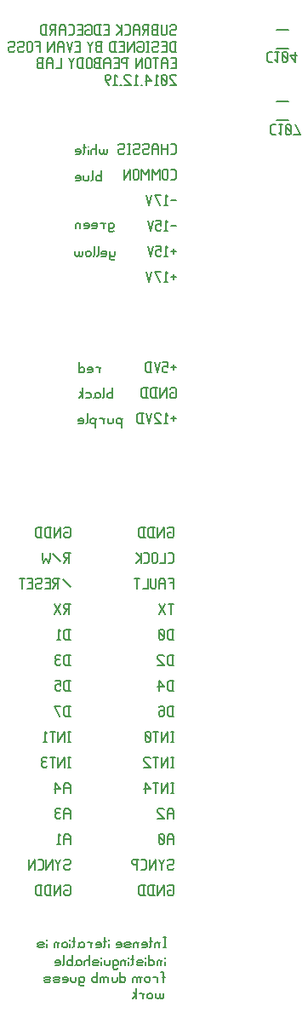
<source format=gbo>
G04 start of page 2 for group 12 layer_idx 7 *
G04 Title: (unknown), bottom_silk *
G04 Creator: pcb-rnd 2.3.2 *
G04 CreationDate: 2021-07-12 19:07:32 UTC *
G04 For:  *
G04 Format: Gerber/RS-274X *
G04 PCB-Dimensions: 1000000 1000000 *
G04 PCB-Coordinate-Origin: lower left *
%MOIN*%
%FSLAX25Y25*%
%LNBOTTOM_SILK_NONE_12*%
%ADD87C,0.0070*%
%ADD86C,0.0080*%
G54D86*X244638Y892260D02*X249362D01*
X244638Y899740D02*X249362D01*
X244638Y920260D02*X249362D01*
X244638Y927740D02*X249362D01*
G54D87*X164000Y703000D02*X162000D01*
X161500Y702500D01*
Y701500D01*
X162000Y701000D02*X161500Y701500D01*
X163500Y701000D02*X162000D01*
X163500Y703000D02*Y699000D01*
X162700Y701000D02*X161500Y699000D01*
X160300D02*X157800Y703000D01*
X160300D02*X157800Y699000D01*
X163500Y693000D02*Y689000D01*
X162200Y693000D02*X161500Y692300D01*
Y689700D01*
X162200Y689000D02*X161500Y689700D01*
X164000Y689000D02*X162200D01*
X164000Y693000D02*X162200D01*
X160300Y692200D02*X159500Y693000D01*
Y689000D01*
X160300D02*X158800D01*
X163500Y683000D02*Y679000D01*
X162200Y683000D02*X161500Y682300D01*
Y679700D01*
X162200Y679000D02*X161500Y679700D01*
X164000Y679000D02*X162200D01*
X164000Y683000D02*X162200D01*
X160300Y682500D02*X159800Y683000D01*
X158800D01*
X158300Y682500D01*
X158800Y679000D02*X158300Y679500D01*
X159800Y679000D02*X158800D01*
X160300Y679500D02*X159800Y679000D01*
Y681200D02*X158800D01*
X158300Y682500D02*Y681700D01*
Y680700D02*Y679500D01*
Y680700D02*X158800Y681200D01*
X158300Y681700D02*X158800Y681200D01*
X164000Y643000D02*X163000D01*
X163500D02*Y639000D01*
X164000D02*X163000D01*
X161800Y643000D02*Y639000D01*
Y643000D02*X159300Y639000D01*
Y643000D02*Y639000D01*
X158100Y643000D02*X156100D01*
X157100D02*Y639000D01*
X154900Y642500D02*X154400Y643000D01*
X153400D01*
X152900Y642500D01*
X153400Y639000D02*X152900Y639500D01*
X154400Y639000D02*X153400D01*
X154900Y639500D02*X154400Y639000D01*
Y641200D02*X153400D01*
X152900Y642500D02*Y641700D01*
Y640700D02*Y639500D01*
Y640700D02*X153400Y641200D01*
X152900Y641700D02*X153400Y641200D01*
X164000Y632000D02*Y629000D01*
Y632000D02*X163300Y633000D01*
X162200D01*
X161500Y632000D01*
Y629000D01*
X164000Y631000D02*X161500D01*
X160300Y630500D02*X158300Y633000D01*
X160300Y630500D02*X157800D01*
X158300Y633000D02*Y629000D01*
X164000Y653000D02*X163000D01*
X163500D02*Y649000D01*
X164000D02*X163000D01*
X161800Y653000D02*Y649000D01*
Y653000D02*X159300Y649000D01*
Y653000D02*Y649000D01*
X158100Y653000D02*X156100D01*
X157100D02*Y649000D01*
X154900Y652200D02*X154100Y653000D01*
Y649000D01*
X154900D02*X153400D01*
X163500Y663000D02*Y659000D01*
X162200Y663000D02*X161500Y662300D01*
Y659700D01*
X162200Y659000D02*X161500Y659700D01*
X164000Y659000D02*X162200D01*
X164000Y663000D02*X162200D01*
X159800Y659000D02*X157800Y663000D01*
X160300D02*X157800D01*
X163500Y673000D02*Y669000D01*
X162200Y673000D02*X161500Y672300D01*
Y669700D01*
X162200Y669000D02*X161500Y669700D01*
X164000Y669000D02*X162200D01*
X164000Y673000D02*X162200D01*
X160300D02*X158300D01*
X160300D02*Y671000D01*
X159800Y671500D01*
X158800D01*
X158300Y671000D01*
Y669500D01*
X158800Y669000D02*X158300Y669500D01*
X159800Y669000D02*X158800D01*
X160300Y669500D02*X159800Y669000D01*
X204000Y663000D02*Y659000D01*
X202700Y663000D02*X202000Y662300D01*
Y659700D01*
X202700Y659000D02*X202000Y659700D01*
X204500Y659000D02*X202700D01*
X204500Y663000D02*X202700D01*
X199300D02*X198800Y662500D01*
X200300Y663000D02*X199300D01*
X200800Y662500D02*X200300Y663000D01*
X200800Y662500D02*Y659500D01*
X200300Y659000D01*
X199300Y661200D02*X198800Y660700D01*
X200800Y661200D02*X199300D01*
X200300Y659000D02*X199300D01*
X198800Y659500D01*
Y660700D02*Y659500D01*
X204500Y633000D02*X203500D01*
X204000D02*Y629000D01*
X204500D02*X203500D01*
X202300Y633000D02*Y629000D01*
Y633000D02*X199800Y629000D01*
Y633000D02*Y629000D01*
X198600Y633000D02*X196600D01*
X197600D02*Y629000D01*
X195400Y630500D02*X193400Y633000D01*
X195400Y630500D02*X192900D01*
X193400Y633000D02*Y629000D01*
X204500Y643000D02*X203500D01*
X204000D02*Y639000D01*
X204500D02*X203500D01*
X202300Y643000D02*Y639000D01*
Y643000D02*X199800Y639000D01*
Y643000D02*Y639000D01*
X198600Y643000D02*X196600D01*
X197600D02*Y639000D01*
X195400Y642500D02*X194900Y643000D01*
X193400D01*
X192900Y642500D01*
Y641500D01*
X195400Y639000D02*X192900Y641500D01*
X195400Y639000D02*X192900D01*
X204500Y653000D02*X203500D01*
X204000D02*Y649000D01*
X204500D02*X203500D01*
X202300Y653000D02*Y649000D01*
Y653000D02*X199800Y649000D01*
Y653000D02*Y649000D01*
X198600Y653000D02*X196600D01*
X197600D02*Y649000D01*
X195400Y649500D02*X194900Y649000D01*
X195400Y652500D02*Y649500D01*
Y652500D02*X194900Y653000D01*
X193900D01*
X193400Y652500D01*
Y649500D01*
X193900Y649000D02*X193400Y649500D01*
X194900Y649000D02*X193900D01*
X195400Y650000D02*X193400Y652000D01*
X204500Y612000D02*Y609000D01*
Y612000D02*X203800Y613000D01*
X202700D01*
X202000Y612000D01*
Y609000D01*
X204500Y611000D02*X202000D01*
X200800Y609500D02*X200300Y609000D01*
X200800Y612500D02*Y609500D01*
Y612500D02*X200300Y613000D01*
X199300D01*
X198800Y612500D01*
Y609500D01*
X199300Y609000D02*X198800Y609500D01*
X200300Y609000D02*X199300D01*
X200800Y610000D02*X198800Y612000D01*
X204500Y622000D02*Y619000D01*
Y622000D02*X203800Y623000D01*
X202700D01*
X202000Y622000D01*
Y619000D01*
X204500Y621000D02*X202000D01*
X200800Y622500D02*X200300Y623000D01*
X198800D01*
X198300Y622500D01*
Y621500D01*
X200800Y619000D02*X198300Y621500D01*
X200800Y619000D02*X198300D01*
X202500Y603000D02*X202000Y602500D01*
X204000Y603000D02*X202500D01*
X204500Y602500D02*X204000Y603000D01*
X204500Y602500D02*Y601500D01*
X204000Y601000D01*
X202500D01*
X202000Y600500D01*
Y599500D01*
X202500Y599000D02*X202000Y599500D01*
X204000Y599000D02*X202500D01*
X204500Y599500D02*X204000Y599000D01*
X200800Y603000D02*X199800Y601000D01*
X198800Y603000D01*
X199800Y601000D02*Y599000D01*
X197600Y603000D02*Y599000D01*
Y603000D02*X195100Y599000D01*
Y603000D02*Y599000D01*
X193200D02*X191900D01*
X193900Y599700D02*X193200Y599000D01*
X193900Y602300D02*Y599700D01*
Y602300D02*X193200Y603000D01*
X191900D01*
X190200D02*Y599000D01*
X190700Y603000D02*X188700D01*
X188200Y602500D01*
Y601500D01*
X188700Y601000D02*X188200Y601500D01*
X190200Y601000D02*X188700D01*
X204000Y673000D02*Y669000D01*
X202700Y673000D02*X202000Y672300D01*
Y669700D01*
X202700Y669000D02*X202000Y669700D01*
X204500Y669000D02*X202700D01*
X204500Y673000D02*X202700D01*
X200800Y670500D02*X198800Y673000D01*
X200800Y670500D02*X198300D01*
X198800Y673000D02*Y669000D01*
X205500Y909500D02*X205000Y910000D01*
X203500D01*
X203000Y909500D01*
Y908500D01*
X205500Y906000D02*X203000Y908500D01*
X205500Y906000D02*X203000D01*
X201800Y906500D02*X201300Y906000D01*
X201800Y909500D02*Y906500D01*
Y909500D02*X201300Y910000D01*
X200300D01*
X199800Y909500D01*
Y906500D01*
X200300Y906000D02*X199800Y906500D01*
X201300Y906000D02*X200300D01*
X201800Y907000D02*X199800Y909000D01*
X198600Y909200D02*X197800Y910000D01*
Y906000D01*
X198600D02*X197100D01*
X195900Y907500D02*X193900Y910000D01*
X195900Y907500D02*X193400D01*
X193900Y910000D02*Y906000D01*
X192200D02*X191700D01*
X190500Y909200D02*X189700Y910000D01*
Y906000D01*
X190500D02*X189000D01*
X187800Y909500D02*X187300Y910000D01*
X185800D01*
X185300Y909500D01*
Y908500D01*
X187800Y906000D02*X185300Y908500D01*
X187800Y906000D02*X185300D01*
X184100D02*X183600D01*
X182400Y909200D02*X181600Y910000D01*
Y906000D01*
X182400D02*X180900D01*
X179200D02*X177700Y908000D01*
Y909500D02*Y908000D01*
X178200Y910000D02*X177700Y909500D01*
X179200Y910000D02*X178200D01*
X179700Y909500D02*X179200Y910000D01*
X179700Y909500D02*Y908500D01*
X179200Y908000D01*
X177700D01*
X205500Y861000D02*X203500D01*
X202300Y862200D02*X201500Y863000D01*
Y859000D01*
X202300D02*X200800D01*
X199100D02*X197100Y863000D01*
X199600D02*X197100D01*
X195900D02*X194900Y859000D01*
X193900Y863000D01*
X204800Y869000D02*X203500D01*
X205500Y869700D02*X204800Y869000D01*
X205500Y872300D02*Y869700D01*
Y872300D02*X204800Y873000D01*
X203500D01*
X202300Y872500D02*Y869500D01*
Y872500D02*X201800Y873000D01*
X200800D01*
X200300Y872500D01*
Y869500D01*
X200800Y869000D02*X200300Y869500D01*
X201800Y869000D02*X200800D01*
X202300Y869500D02*X201800Y869000D01*
X199100Y873000D02*Y869000D01*
Y873000D02*X197600Y871000D01*
X196100Y873000D01*
Y869000D01*
X194900Y873000D02*Y869000D01*
Y873000D02*X193400Y871000D01*
X191900Y873000D01*
Y869000D01*
X190700Y872500D02*Y869500D01*
Y872500D02*X190200Y873000D01*
X189200D01*
X188700Y872500D01*
Y869500D01*
X189200Y869000D02*X188700Y869500D01*
X190200Y869000D02*X189200D01*
X190700Y869500D02*X190200Y869000D01*
X187500Y873000D02*Y869000D01*
Y873000D02*X185000Y869000D01*
Y873000D02*Y869000D01*
X204800Y879000D02*X203500D01*
X205500Y879700D02*X204800Y879000D01*
X205500Y882300D02*Y879700D01*
Y882300D02*X204800Y883000D01*
X203500D01*
X202300D02*Y879000D01*
X199800Y883000D02*Y879000D01*
X202300Y881000D02*X199800D01*
X198600Y882000D02*Y879000D01*
Y882000D02*X197900Y883000D01*
X196800D01*
X196100Y882000D01*
Y879000D01*
X198600Y881000D02*X196100D01*
X192900Y883000D02*X192400Y882500D01*
X194400Y883000D02*X192900D01*
X194900Y882500D02*X194400Y883000D01*
X194900Y882500D02*Y881500D01*
X194400Y881000D01*
X192900D01*
X192400Y880500D01*
Y879500D01*
X192900Y879000D02*X192400Y879500D01*
X194400Y879000D02*X192900D01*
X194900Y879500D02*X194400Y879000D01*
X189200Y883000D02*X188700Y882500D01*
X190700Y883000D02*X189200D01*
X191200Y882500D02*X190700Y883000D01*
X191200Y882500D02*Y881500D01*
X190700Y881000D01*
X189200D01*
X188700Y880500D01*
Y879500D01*
X189200Y879000D02*X188700Y879500D01*
X190700Y879000D02*X189200D01*
X191200Y879500D02*X190700Y879000D01*
X187500Y883000D02*X186500D01*
X187000D02*Y879000D01*
X187500D02*X186500D01*
X183300Y883000D02*X182800Y882500D01*
X184800Y883000D02*X183300D01*
X185300Y882500D02*X184800Y883000D01*
X185300Y882500D02*Y881500D01*
X184800Y881000D01*
X183300D01*
X182800Y880500D01*
Y879500D01*
X183300Y879000D02*X182800Y879500D01*
X184800Y879000D02*X183300D01*
X185300Y879500D02*X184800Y879000D01*
X205500Y831000D02*X203500D01*
X204500Y832000D02*Y830000D01*
X202300Y832200D02*X201500Y833000D01*
Y829000D01*
X202300D02*X200800D01*
X199100D02*X197100Y833000D01*
X199600D02*X197100D01*
X195900D02*X194900Y829000D01*
X193900Y833000D01*
X205500Y841000D02*X203500D01*
X204500Y842000D02*Y840000D01*
X202300Y842200D02*X201500Y843000D01*
Y839000D01*
X202300D02*X200800D01*
X199600Y843000D02*X197600D01*
X199600D02*Y841000D01*
X199100Y841500D01*
X198100D01*
X197600Y841000D01*
Y839500D01*
X198100Y839000D02*X197600Y839500D01*
X199100Y839000D02*X198100D01*
X199600Y839500D02*X199100Y839000D01*
X196400Y843000D02*X195400Y839000D01*
X194400Y843000D01*
X205500Y851000D02*X203500D01*
X202300Y852200D02*X201500Y853000D01*
Y849000D01*
X202300D02*X200800D01*
X199600Y853000D02*X197600D01*
X199600D02*Y851000D01*
X199100Y851500D01*
X198100D01*
X197600Y851000D01*
Y849500D01*
X198100Y849000D02*X197600Y849500D01*
X199100Y849000D02*X198100D01*
X199600Y849500D02*X199100Y849000D01*
X196400Y853000D02*X195400Y849000D01*
X194400Y853000D01*
X205500Y795500D02*X203500D01*
X204500Y796500D02*Y794500D01*
X202300Y797500D02*X200300D01*
X202300D02*Y795500D01*
X201800Y796000D01*
X200800D01*
X200300Y795500D01*
Y794000D01*
X200800Y793500D02*X200300Y794000D01*
X201800Y793500D02*X200800D01*
X202300Y794000D02*X201800Y793500D01*
X199100Y797500D02*X198100Y793500D01*
X197100Y797500D01*
X195400D02*Y793500D01*
X194100Y797500D02*X193400Y796800D01*
Y794200D01*
X194100Y793500D02*X193400Y794200D01*
X195900Y793500D02*X194100D01*
X195900Y797500D02*X194100D01*
X203500Y787500D02*X203000Y787000D01*
X205000Y787500D02*X203500D01*
X205500Y787000D02*X205000Y787500D01*
X205500Y787000D02*Y784000D01*
X205000Y783500D01*
X203500D01*
X203000Y784000D01*
Y785000D02*Y784000D01*
X203500Y785500D02*X203000Y785000D01*
X204500Y785500D02*X203500D01*
X201800Y787500D02*Y783500D01*
Y787500D02*X199300Y783500D01*
Y787500D02*Y783500D01*
X197600Y787500D02*Y783500D01*
X196300Y787500D02*X195600Y786800D01*
Y784200D01*
X196300Y783500D02*X195600Y784200D01*
X198100Y783500D02*X196300D01*
X198100Y787500D02*X196300D01*
X193900D02*Y783500D01*
X192600Y787500D02*X191900Y786800D01*
Y784200D01*
X192600Y783500D02*X191900Y784200D01*
X194400Y783500D02*X192600D01*
X194400Y787500D02*X192600D01*
X205500Y775500D02*X203500D01*
X204500Y776500D02*Y774500D01*
X202300Y776700D02*X201500Y777500D01*
Y773500D01*
X202300D02*X200800D01*
X199600Y777000D02*X199100Y777500D01*
X197600D01*
X197100Y777000D01*
Y776000D01*
X199600Y773500D02*X197100Y776000D01*
X199600Y773500D02*X197100D01*
X195900Y777500D02*X194900Y773500D01*
X193900Y777500D01*
X192200D02*Y773500D01*
X190900Y777500D02*X190200Y776800D01*
Y774200D01*
X190900Y773500D02*X190200Y774200D01*
X192700Y773500D02*X190900D01*
X192700Y777500D02*X190900D01*
X175500Y795000D02*Y793500D01*
Y795000D02*X175000Y795500D01*
X174000D01*
X176000D02*X175500Y795000D01*
X172300Y793500D02*X170800D01*
X172800Y794000D02*X172300Y793500D01*
X172800Y795000D02*Y794000D01*
Y795000D02*X172300Y795500D01*
X171300D01*
X170800Y795000D01*
X172800Y794500D02*X170800D01*
Y795000D01*
X167600Y797500D02*Y793500D01*
X168100D02*X167600Y794000D01*
X169100Y793500D02*X168100D01*
X169600Y794000D02*X169100Y793500D01*
X169600Y795000D02*Y794000D01*
Y795000D02*X169100Y795500D01*
X168100D01*
X167600Y795000D01*
X180500Y787500D02*Y783500D01*
Y784000D02*X180000Y783500D01*
X179000D01*
X178500Y784000D01*
Y785000D02*Y784000D01*
X179000Y785500D02*X178500Y785000D01*
X180000Y785500D02*X179000D01*
X180500Y785000D02*X180000Y785500D01*
X177300Y787500D02*Y784000D01*
X176800Y783500D01*
X174300Y785500D02*X173800Y785000D01*
X175300Y785500D02*X174300D01*
X175800Y785000D02*X175300Y785500D01*
X175800Y785000D02*Y784000D01*
X175300Y783500D01*
X173800Y785500D02*Y784000D01*
X173300Y783500D01*
X175300D02*X174300D01*
X173800Y784000D01*
X171600Y785500D02*X170100D01*
X172100Y785000D02*X171600Y785500D01*
X172100Y785000D02*Y784000D01*
X171600Y783500D01*
X170100D01*
X168900Y787500D02*Y783500D01*
Y785000D02*X167400Y783500D01*
X168900Y785000D02*X167900Y786000D01*
X184000Y775000D02*Y772000D01*
X184500Y775500D02*X184000Y775000D01*
X183500Y775500D01*
X182500D01*
X182000Y775000D01*
Y774000D01*
X182500Y773500D02*X182000Y774000D01*
X183500Y773500D02*X182500D01*
X184000Y774000D02*X183500Y773500D01*
X180800Y775500D02*Y774000D01*
X180300Y773500D01*
X179300D01*
X178800Y774000D01*
Y775500D02*Y774000D01*
X177100Y775000D02*Y773500D01*
Y775000D02*X176600Y775500D01*
X175600D01*
X177600D02*X177100Y775000D01*
X173900D02*Y772000D01*
X174400Y775500D02*X173900Y775000D01*
X173400Y775500D01*
X172400D01*
X171900Y775000D01*
Y774000D01*
X172400Y773500D02*X171900Y774000D01*
X173400Y773500D02*X172400D01*
X173900Y774000D02*X173400Y773500D01*
X170700Y777500D02*Y774000D01*
X170200Y773500D01*
X168700D02*X167200D01*
X169200Y774000D02*X168700Y773500D01*
X169200Y775000D02*Y774000D01*
Y775000D02*X168700Y775500D01*
X167700D01*
X167200Y775000D01*
X169200Y774500D02*X167200D01*
Y775000D01*
X204500Y713000D02*Y709000D01*
Y713000D02*X202500D01*
X204500Y711200D02*X203000D01*
X201300Y712000D02*Y709000D01*
Y712000D02*X200600Y713000D01*
X199500D01*
X198800Y712000D01*
Y709000D01*
X201300Y711000D02*X198800D01*
X197600Y713000D02*Y709500D01*
X197100Y709000D01*
X196100D01*
X195600Y709500D01*
Y713000D02*Y709500D01*
X194400Y713000D02*Y709000D01*
X192400D01*
X191200Y713000D02*X189200D01*
X190200D02*Y709000D01*
X203800Y719000D02*X202500D01*
X204500Y719700D02*X203800Y719000D01*
X204500Y722300D02*Y719700D01*
Y722300D02*X203800Y723000D01*
X202500D01*
X201300D02*Y719000D01*
X199300D01*
X198100Y722500D02*Y719500D01*
Y722500D02*X197600Y723000D01*
X196600D01*
X196100Y722500D01*
Y719500D01*
X196600Y719000D02*X196100Y719500D01*
X197600Y719000D02*X196600D01*
X198100Y719500D02*X197600Y719000D01*
X194200D02*X192900D01*
X194900Y719700D02*X194200Y719000D01*
X194900Y722300D02*Y719700D01*
Y722300D02*X194200Y723000D01*
X192900D01*
X191700D02*Y719000D01*
Y721000D02*X189700Y723000D01*
X191700Y721000D02*X189700Y719000D01*
X202500Y733000D02*X202000Y732500D01*
X204000Y733000D02*X202500D01*
X204500Y732500D02*X204000Y733000D01*
X204500Y732500D02*Y729500D01*
X204000Y729000D01*
X202500D01*
X202000Y729500D01*
Y730500D02*Y729500D01*
X202500Y731000D02*X202000Y730500D01*
X203500Y731000D02*X202500D01*
X200800Y733000D02*Y729000D01*
Y733000D02*X198300Y729000D01*
Y733000D02*Y729000D01*
X196600Y733000D02*Y729000D01*
X195300Y733000D02*X194600Y732300D01*
Y729700D01*
X195300Y729000D02*X194600Y729700D01*
X197100Y729000D02*X195300D01*
X197100Y733000D02*X195300D01*
X192900D02*Y729000D01*
X191600Y733000D02*X190900Y732300D01*
Y729700D01*
X191600Y729000D02*X190900Y729700D01*
X193400Y729000D02*X191600D01*
X193400Y733000D02*X191600D01*
X204000Y683000D02*Y679000D01*
X202700Y683000D02*X202000Y682300D01*
Y679700D01*
X202700Y679000D02*X202000Y679700D01*
X204500Y679000D02*X202700D01*
X204500Y683000D02*X202700D01*
X200800Y682500D02*X200300Y683000D01*
X198800D01*
X198300Y682500D01*
Y681500D01*
X200800Y679000D02*X198300Y681500D01*
X200800Y679000D02*X198300D01*
X204000Y693000D02*Y689000D01*
X202700Y693000D02*X202000Y692300D01*
Y689700D01*
X202700Y689000D02*X202000Y689700D01*
X204500Y689000D02*X202700D01*
X204500Y693000D02*X202700D01*
X200800Y689500D02*X200300Y689000D01*
X200800Y692500D02*Y689500D01*
Y692500D02*X200300Y693000D01*
X199300D01*
X198800Y692500D01*
Y689500D01*
X199300Y689000D02*X198800Y689500D01*
X200300Y689000D02*X199300D01*
X200800Y690000D02*X198800Y692000D01*
X204500Y703000D02*X202500D01*
X203500D02*Y699000D01*
X201300D02*X198800Y703000D01*
X201300D02*X198800Y699000D01*
X205000Y923000D02*Y919000D01*
X203700Y923000D02*X203000Y922300D01*
Y919700D01*
X203700Y919000D02*X203000Y919700D01*
X205500Y919000D02*X203700D01*
X205500Y923000D02*X203700D01*
X201800Y921200D02*X200300D01*
X201800Y919000D02*X199800D01*
X201800Y923000D02*Y919000D01*
Y923000D02*X199800D01*
X196600D02*X196100Y922500D01*
X198100Y923000D02*X196600D01*
X198600Y922500D02*X198100Y923000D01*
X198600Y922500D02*Y921500D01*
X198100Y921000D01*
X196600D01*
X196100Y920500D01*
Y919500D01*
X196600Y919000D02*X196100Y919500D01*
X198100Y919000D02*X196600D01*
X198600Y919500D02*X198100Y919000D01*
X194900Y923000D02*X193900D01*
X194400D02*Y919000D01*
X194900D02*X193900D01*
X190700Y923000D02*X190200Y922500D01*
X192200Y923000D02*X190700D01*
X192700Y922500D02*X192200Y923000D01*
X192700Y922500D02*Y919500D01*
X192200Y919000D01*
X190700D01*
X190200Y919500D01*
Y920500D02*Y919500D01*
X190700Y921000D02*X190200Y920500D01*
X191700Y921000D02*X190700D01*
X189000Y923000D02*Y919000D01*
Y923000D02*X186500Y919000D01*
Y923000D02*Y919000D01*
X185300Y921200D02*X183800D01*
X185300Y919000D02*X183300D01*
X185300Y923000D02*Y919000D01*
Y923000D02*X183300D01*
X181600D02*Y919000D01*
X180300Y923000D02*X179600Y922300D01*
Y919700D01*
X180300Y919000D02*X179600Y919700D01*
X182100Y919000D02*X180300D01*
X182100Y923000D02*X180300D01*
X176600Y919000D02*X174600D01*
X174100Y919500D01*
Y920700D02*Y919500D01*
X174600Y921200D02*X174100Y920700D01*
X176100Y921200D02*X174600D01*
X176100Y923000D02*Y919000D01*
X176600Y923000D02*X174600D01*
X174100Y922500D01*
Y921700D01*
X174600Y921200D02*X174100Y921700D01*
X172900Y923000D02*X171900Y921000D01*
X170900Y923000D01*
X171900Y921000D02*Y919000D01*
X167900Y921200D02*X166400D01*
X167900Y919000D02*X165900D01*
X167900Y923000D02*Y919000D01*
Y923000D02*X165900D01*
X164700D02*X163700Y919000D01*
X162700Y923000D01*
X161500Y922000D02*Y919000D01*
Y922000D02*X160800Y923000D01*
X159700D01*
X159000Y922000D01*
Y919000D01*
X161500Y921000D02*X159000D01*
X157800Y923000D02*Y919000D01*
Y923000D02*X155300Y919000D01*
Y923000D02*Y919000D01*
X152300Y923000D02*Y919000D01*
Y923000D02*X150300D01*
X152300Y921200D02*X150800D01*
X149100Y922500D02*Y919500D01*
Y922500D02*X148600Y923000D01*
X147600D01*
X147100Y922500D01*
Y919500D01*
X147600Y919000D02*X147100Y919500D01*
X148600Y919000D02*X147600D01*
X149100Y919500D02*X148600Y919000D01*
X143900Y923000D02*X143400Y922500D01*
X145400Y923000D02*X143900D01*
X145900Y922500D02*X145400Y923000D01*
X145900Y922500D02*Y921500D01*
X145400Y921000D01*
X143900D01*
X143400Y920500D01*
Y919500D01*
X143900Y919000D02*X143400Y919500D01*
X145400Y919000D02*X143900D01*
X145900Y919500D02*X145400Y919000D01*
X140200Y923000D02*X139700Y922500D01*
X141700Y923000D02*X140200D01*
X142200Y922500D02*X141700Y923000D01*
X142200Y922500D02*Y921500D01*
X141700Y921000D01*
X140200D01*
X139700Y920500D01*
Y919500D01*
X140200Y919000D02*X139700Y919500D01*
X141700Y919000D02*X140200D01*
X142200Y919500D02*X141700Y919000D01*
X203500Y929500D02*X203000Y929000D01*
X205000Y929500D02*X203500D01*
X205500Y929000D02*X205000Y929500D01*
X205500Y929000D02*Y928000D01*
X205000Y927500D01*
X203500D01*
X203000Y927000D01*
Y926000D01*
X203500Y925500D02*X203000Y926000D01*
X205000Y925500D02*X203500D01*
X205500Y926000D02*X205000Y925500D01*
X201800Y929500D02*Y926000D01*
X201300Y925500D01*
X200300D01*
X199800Y926000D01*
Y929500D02*Y926000D01*
X198600Y925500D02*X196600D01*
X196100Y926000D01*
Y927200D02*Y926000D01*
X196600Y927700D02*X196100Y927200D01*
X198100Y927700D02*X196600D01*
X198100Y929500D02*Y925500D01*
X198600Y929500D02*X196600D01*
X196100Y929000D01*
Y928200D01*
X196600Y927700D02*X196100Y928200D01*
X194900Y929500D02*X192900D01*
X192400Y929000D01*
Y928000D01*
X192900Y927500D02*X192400Y928000D01*
X194400Y927500D02*X192900D01*
X194400Y929500D02*Y925500D01*
X193600Y927500D02*X192400Y925500D01*
X191200Y928500D02*Y925500D01*
Y928500D02*X190500Y929500D01*
X189400D01*
X188700Y928500D01*
Y925500D01*
X191200Y927500D02*X188700D01*
X186800Y925500D02*X185500D01*
X187500Y926200D02*X186800Y925500D01*
X187500Y928800D02*Y926200D01*
Y928800D02*X186800Y929500D01*
X185500D01*
X184300D02*Y925500D01*
Y927500D02*X182300Y929500D01*
X184300Y927500D02*X182300Y925500D01*
X179300Y927700D02*X177800D01*
X179300Y925500D02*X177300D01*
X179300Y929500D02*Y925500D01*
Y929500D02*X177300D01*
X175600D02*Y925500D01*
X174300Y929500D02*X173600Y928800D01*
Y926200D01*
X174300Y925500D02*X173600Y926200D01*
X176100Y925500D02*X174300D01*
X176100Y929500D02*X174300D01*
X170400D02*X169900Y929000D01*
X171900Y929500D02*X170400D01*
X172400Y929000D02*X171900Y929500D01*
X172400Y929000D02*Y926000D01*
X171900Y925500D01*
X170400D01*
X169900Y926000D01*
Y927000D02*Y926000D01*
X170400Y927500D02*X169900Y927000D01*
X171400Y927500D02*X170400D01*
X168700Y927700D02*X167200D01*
X168700Y925500D02*X166700D01*
X168700Y929500D02*Y925500D01*
Y929500D02*X166700D01*
X164800Y925500D02*X163500D01*
X165500Y926200D02*X164800Y925500D01*
X165500Y928800D02*Y926200D01*
Y928800D02*X164800Y929500D01*
X163500D01*
X162300Y928500D02*Y925500D01*
Y928500D02*X161600Y929500D01*
X160500D01*
X159800Y928500D01*
Y925500D01*
X162300Y927500D02*X159800D01*
X158600Y929500D02*X156600D01*
X156100Y929000D01*
Y928000D01*
X156600Y927500D02*X156100Y928000D01*
X158100Y927500D02*X156600D01*
X158100Y929500D02*Y925500D01*
X157300Y927500D02*X156100Y925500D01*
X154400Y929500D02*Y925500D01*
X153100Y929500D02*X152400Y928800D01*
Y926200D01*
X153100Y925500D02*X152400Y926200D01*
X154900Y925500D02*X153100D01*
X154900Y929500D02*X153100D01*
X205500Y914700D02*X204000D01*
X205500Y912500D02*X203500D01*
X205500Y916500D02*Y912500D01*
Y916500D02*X203500D01*
X202300Y915500D02*Y912500D01*
Y915500D02*X201600Y916500D01*
X200500D01*
X199800Y915500D01*
Y912500D01*
X202300Y914500D02*X199800D01*
X198600Y916500D02*X196600D01*
X197600D02*Y912500D01*
X195400Y916000D02*Y913000D01*
Y916000D02*X194900Y916500D01*
X193900D01*
X193400Y916000D01*
Y913000D01*
X193900Y912500D02*X193400Y913000D01*
X194900Y912500D02*X193900D01*
X195400Y913000D02*X194900Y912500D01*
X192200Y916500D02*Y912500D01*
Y916500D02*X189700Y912500D01*
Y916500D02*Y912500D01*
X186200Y916500D02*Y912500D01*
X186700Y916500D02*X184700D01*
X184200Y916000D01*
Y915000D01*
X184700Y914500D02*X184200Y915000D01*
X186200Y914500D02*X184700D01*
X183000Y914700D02*X181500D01*
X183000Y912500D02*X181000D01*
X183000Y916500D02*Y912500D01*
Y916500D02*X181000D01*
X179800Y915500D02*Y912500D01*
Y915500D02*X179100Y916500D01*
X178000D01*
X177300Y915500D01*
Y912500D01*
X179800Y914500D02*X177300D01*
X176100Y912500D02*X174100D01*
X173600Y913000D01*
Y914200D02*Y913000D01*
X174100Y914700D02*X173600Y914200D01*
X175600Y914700D02*X174100D01*
X175600Y916500D02*Y912500D01*
X176100Y916500D02*X174100D01*
X173600Y916000D01*
Y915200D01*
X174100Y914700D02*X173600Y915200D01*
X172400Y916000D02*Y913000D01*
Y916000D02*X171900Y916500D01*
X170900D01*
X170400Y916000D01*
Y913000D01*
X170900Y912500D02*X170400Y913000D01*
X171900Y912500D02*X170900D01*
X172400Y913000D02*X171900Y912500D01*
X168700Y916500D02*Y912500D01*
X167400Y916500D02*X166700Y915800D01*
Y913200D01*
X167400Y912500D02*X166700Y913200D01*
X169200Y912500D02*X167400D01*
X169200Y916500D02*X167400D01*
X165500D02*X164500Y914500D01*
X163500Y916500D01*
X164500Y914500D02*Y912500D01*
X160500Y916500D02*Y912500D01*
X158500D01*
X157300Y915500D02*Y912500D01*
Y915500D02*X156600Y916500D01*
X155500D01*
X154800Y915500D01*
Y912500D01*
X157300Y914500D02*X154800D01*
X153600Y912500D02*X151600D01*
X151100Y913000D01*
Y914200D02*Y913000D01*
X151600Y914700D02*X151100Y914200D01*
X153100Y914700D02*X151600D01*
X153100Y916500D02*Y912500D01*
X153600Y916500D02*X151600D01*
X151100Y916000D01*
Y915200D01*
X151600Y914700D02*X151100Y915200D01*
X178500Y881000D02*Y879500D01*
X178000Y879000D01*
X177500D01*
X177000Y879500D01*
Y881000D02*Y879500D01*
X176500Y879000D01*
X176000D01*
X175500Y879500D01*
Y881000D02*Y879500D01*
X174300Y883000D02*Y879000D01*
Y880500D02*X173800Y881000D01*
X172800D01*
X172300Y880500D01*
Y879000D01*
X171100Y882000D02*Y881900D01*
Y880500D02*Y879000D01*
X169600Y883000D02*Y879500D01*
X169100Y879000D01*
X170100Y881500D02*X169100D01*
X167600Y879000D02*X166100D01*
X168100Y879500D02*X167600Y879000D01*
X168100Y880500D02*Y879500D01*
Y880500D02*X167600Y881000D01*
X166600D01*
X166100Y880500D01*
X168100Y880000D02*X166100D01*
Y880500D01*
X181500Y841000D02*Y839500D01*
X181000Y839000D01*
X179500Y841000D02*Y838000D01*
X180000Y837500D02*X179500Y838000D01*
X181000Y837500D02*X180000D01*
X181500Y838000D02*X181000Y837500D01*
Y839000D02*X180000D01*
X179500Y839500D01*
X177800Y839000D02*X176300D01*
X178300Y839500D02*X177800Y839000D01*
X178300Y840500D02*Y839500D01*
Y840500D02*X177800Y841000D01*
X176800D01*
X176300Y840500D01*
X178300Y840000D02*X176300D01*
Y840500D01*
X175100Y843000D02*Y839500D01*
X174600Y839000D01*
X173600Y843000D02*Y839500D01*
X173100Y839000D01*
X172100Y840500D02*Y839500D01*
Y840500D02*X171600Y841000D01*
X170600D01*
X170100Y840500D01*
Y839500D01*
X170600Y839000D02*X170100Y839500D01*
X171600Y839000D02*X170600D01*
X172100Y839500D02*X171600Y839000D01*
X168900Y841000D02*Y839500D01*
X168400Y839000D01*
X167900D01*
X167400Y839500D01*
Y841000D02*Y839500D01*
X166900Y839000D01*
X166400D01*
X165900Y839500D01*
Y841000D02*Y839500D01*
X176000Y872500D02*Y868500D01*
Y869000D02*X175500Y868500D01*
X174500D01*
X174000Y869000D01*
Y870000D02*Y869000D01*
X174500Y870500D02*X174000Y870000D01*
X175500Y870500D02*X174500D01*
X176000Y870000D02*X175500Y870500D01*
X172800Y872500D02*Y869000D01*
X172300Y868500D01*
X171300Y870500D02*Y869000D01*
X170800Y868500D01*
X169800D01*
X169300Y869000D01*
Y870500D02*Y869000D01*
X167600Y868500D02*X166100D01*
X168100Y869000D02*X167600Y868500D01*
X168100Y870000D02*Y869000D01*
Y870000D02*X167600Y870500D01*
X166600D01*
X166100Y870000D01*
X168100Y869500D02*X166100D01*
Y870000D01*
X179500Y852000D02*X179000Y851500D01*
X180500Y852000D02*X179500D01*
X181000Y851500D02*X180500Y852000D01*
X181000Y851500D02*Y850500D01*
X180500Y850000D01*
X179500D01*
X179000Y850500D01*
X181000Y849000D02*X180500Y848500D01*
X179500D01*
X179000Y849000D01*
Y852000D02*Y849000D01*
X177300Y851500D02*Y850000D01*
Y851500D02*X176800Y852000D01*
X175800D01*
X177800D02*X177300Y851500D01*
X174100Y850000D02*X172600D01*
X174600Y850500D02*X174100Y850000D01*
X174600Y851500D02*Y850500D01*
Y851500D02*X174100Y852000D01*
X173100D01*
X172600Y851500D01*
X174600Y851000D02*X172600D01*
Y851500D01*
X170900Y850000D02*X169400D01*
X171400Y850500D02*X170900Y850000D01*
X171400Y851500D02*Y850500D01*
Y851500D02*X170900Y852000D01*
X169900D01*
X169400Y851500D01*
X171400Y851000D02*X169400D01*
Y851500D01*
X167700D02*Y850000D01*
Y851500D02*X167200Y852000D01*
X166700D01*
X166200Y851500D01*
Y850000D01*
X168200Y852000D02*X167700Y851500D01*
X243211Y890521D02*X244511D01*
X242511Y889821D02*X243211Y890521D01*
X242511Y887221D02*Y889821D01*
Y887221D02*X243211Y886521D01*
X244511D01*
X245711Y887321D02*X246511Y886521D01*
Y890521D01*
X245711D02*X247211D01*
X248411Y890021D02*X248911Y890521D01*
X248411Y887021D02*Y890021D01*
Y887021D02*X248911Y886521D01*
X249911D01*
X250411Y887021D01*
Y890021D01*
X249911Y890521D02*X250411Y890021D01*
X248911Y890521D02*X249911D01*
X248411Y889521D02*X250411Y887521D01*
X252111Y890521D02*X254111Y886521D01*
X251611D02*X254111D01*
X241777Y919021D02*X243077D01*
X241077Y918321D02*X241777Y919021D01*
X241077Y915721D02*Y918321D01*
Y915721D02*X241777Y915021D01*
X243077D01*
X244277Y915821D02*X245077Y915021D01*
Y919021D01*
X244277D02*X245777D01*
X246977Y918521D02*X247477Y919021D01*
X246977Y915521D02*Y918521D01*
Y915521D02*X247477Y915021D01*
X248477D01*
X248977Y915521D01*
Y918521D01*
X248477Y919021D02*X248977Y918521D01*
X247477Y919021D02*X248477D01*
X246977Y918021D02*X248977Y916021D01*
X250177Y917521D02*X252177Y915021D01*
X250177Y917521D02*X252677D01*
X252177Y915021D02*Y919021D01*
X164000Y612000D02*Y609000D01*
Y612000D02*X163300Y613000D01*
X162200D01*
X161500Y612000D01*
Y609000D01*
X164000Y611000D02*X161500D01*
X160300Y612200D02*X159500Y613000D01*
Y609000D01*
X160300D02*X158800D01*
X162000Y603000D02*X161500Y602500D01*
X163500Y603000D02*X162000D01*
X164000Y602500D02*X163500Y603000D01*
X164000Y602500D02*Y601500D01*
X163500Y601000D01*
X162000D01*
X161500Y600500D01*
Y599500D01*
X162000Y599000D02*X161500Y599500D01*
X163500Y599000D02*X162000D01*
X164000Y599500D02*X163500Y599000D01*
X160300Y603000D02*X159300Y601000D01*
X158300Y603000D01*
X159300Y601000D02*Y599000D01*
X157100Y603000D02*Y599000D01*
Y603000D02*X154600Y599000D01*
Y603000D02*Y599000D01*
X152700D02*X151400D01*
X153400Y599700D02*X152700Y599000D01*
X153400Y602300D02*Y599700D01*
Y602300D02*X152700Y603000D01*
X151400D01*
X150200D02*Y599000D01*
Y603000D02*X147700Y599000D01*
Y603000D02*Y599000D01*
X164000Y622000D02*Y619000D01*
Y622000D02*X163300Y623000D01*
X162200D01*
X161500Y622000D01*
Y619000D01*
X164000Y621000D02*X161500D01*
X160300Y622500D02*X159800Y623000D01*
X158800D01*
X158300Y622500D01*
X158800Y619000D02*X158300Y619500D01*
X159800Y619000D02*X158800D01*
X160300Y619500D02*X159800Y619000D01*
Y621200D02*X158800D01*
X158300Y622500D02*Y621700D01*
Y620700D02*Y619500D01*
Y620700D02*X158800Y621200D01*
X158300Y621700D02*X158800Y621200D01*
X162000Y593000D02*X161500Y592500D01*
X163500Y593000D02*X162000D01*
X164000Y592500D02*X163500Y593000D01*
X164000Y592500D02*Y589500D01*
X163500Y589000D01*
X162000D01*
X161500Y589500D01*
Y590500D02*Y589500D01*
X162000Y591000D02*X161500Y590500D01*
X163000Y591000D02*X162000D01*
X160300Y593000D02*Y589000D01*
Y593000D02*X157800Y589000D01*
Y593000D02*Y589000D01*
X156100Y593000D02*Y589000D01*
X154800Y593000D02*X154100Y592300D01*
Y589700D01*
X154800Y589000D02*X154100Y589700D01*
X156600Y589000D02*X154800D01*
X156600Y593000D02*X154800D01*
X152400D02*Y589000D01*
X151100Y593000D02*X150400Y592300D01*
Y589700D01*
X151100Y589000D02*X150400Y589700D01*
X152900Y589000D02*X151100D01*
X152900Y593000D02*X151100D01*
X202500D02*X202000Y592500D01*
X204000Y593000D02*X202500D01*
X204500Y592500D02*X204000Y593000D01*
X204500Y592500D02*Y589500D01*
X204000Y589000D01*
X202500D01*
X202000Y589500D01*
Y590500D02*Y589500D01*
X202500Y591000D02*X202000Y590500D01*
X203500Y591000D02*X202500D01*
X200800Y593000D02*Y589000D01*
Y593000D02*X198300Y589000D01*
Y593000D02*Y589000D01*
X196600Y593000D02*Y589000D01*
X195300Y593000D02*X194600Y592300D01*
Y589700D01*
X195300Y589000D02*X194600Y589700D01*
X197100Y589000D02*X195300D01*
X197100Y593000D02*X195300D01*
X192900D02*Y589000D01*
X191600Y593000D02*X190900Y592300D01*
Y589700D01*
X191600Y589000D02*X190900Y589700D01*
X193400Y589000D02*X191600D01*
X193400Y593000D02*X191600D01*
X201500Y572500D02*X200500D01*
X201000D02*Y568500D01*
X201500D02*X200500D01*
X198800Y570000D02*Y568500D01*
Y570000D02*X198300Y570500D01*
X197800D01*
X197300Y570000D01*
Y568500D01*
X199300Y570500D02*X198800Y570000D01*
X195600Y572500D02*Y569000D01*
X195100Y568500D01*
X196100Y571000D02*X195100D01*
X193600Y568500D02*X192100D01*
X194100Y569000D02*X193600Y568500D01*
X194100Y570000D02*Y569000D01*
Y570000D02*X193600Y570500D01*
X192600D01*
X192100Y570000D01*
X194100Y569500D02*X192100D01*
Y570000D01*
X190400D02*Y568500D01*
Y570000D02*X189900Y570500D01*
X189400D01*
X188900Y570000D01*
Y568500D01*
X190900Y570500D02*X190400Y570000D01*
X187200Y568500D02*X185700D01*
X185200Y569000D01*
X185700Y569500D02*X185200Y569000D01*
X187200Y569500D02*X185700D01*
X187700Y570000D02*X187200Y569500D01*
X187700Y570000D02*X187200Y570500D01*
X185700D01*
X185200Y570000D01*
X187700Y569000D02*X187200Y568500D01*
X183500D02*X182000D01*
X184000Y569000D02*X183500Y568500D01*
X184000Y570000D02*Y569000D01*
Y570000D02*X183500Y570500D01*
X182500D01*
X182000Y570000D01*
X184000Y569500D02*X182000D01*
Y570000D01*
X179000Y571500D02*Y571400D01*
Y570000D02*Y568500D01*
X177500Y572500D02*Y569000D01*
X177000Y568500D01*
X178000Y571000D02*X177000D01*
X175500Y568500D02*X174000D01*
X176000Y569000D02*X175500Y568500D01*
X176000Y570000D02*Y569000D01*
Y570000D02*X175500Y570500D01*
X174500D01*
X174000Y570000D01*
X176000Y569500D02*X174000D01*
Y570000D01*
X172300D02*Y568500D01*
Y570000D02*X171800Y570500D01*
X170800D01*
X172800D02*X172300Y570000D01*
X168100Y570500D02*X167600Y570000D01*
X169100Y570500D02*X168100D01*
X169600Y570000D02*X169100Y570500D01*
X169600Y570000D02*Y569000D01*
X169100Y568500D01*
X167600Y570500D02*Y569000D01*
X167100Y568500D01*
X169100D02*X168100D01*
X167600Y569000D01*
X165400Y572500D02*Y569000D01*
X164900Y568500D01*
X165900Y571000D02*X164900D01*
X163900Y571500D02*Y571400D01*
Y570000D02*Y568500D01*
X162900Y570000D02*Y569000D01*
Y570000D02*X162400Y570500D01*
X161400D01*
X160900Y570000D01*
Y569000D01*
X161400Y568500D02*X160900Y569000D01*
X162400Y568500D02*X161400D01*
X162900Y569000D02*X162400Y568500D01*
X159200Y570000D02*Y568500D01*
Y570000D02*X158700Y570500D01*
X158200D01*
X157700Y570000D01*
Y568500D01*
X159700Y570500D02*X159200Y570000D01*
X154700Y571500D02*Y571400D01*
Y570000D02*Y568500D01*
X153200D02*X151700D01*
X151200Y569000D01*
X151700Y569500D02*X151200Y569000D01*
X153200Y569500D02*X151700D01*
X153700Y570000D02*X153200Y569500D01*
X153700Y570000D02*X153200Y570500D01*
X151700D01*
X151200Y570000D01*
X153700Y569000D02*X153200Y568500D01*
X201000Y564500D02*Y564400D01*
Y563000D02*Y561500D01*
X199500Y563000D02*Y561500D01*
Y563000D02*X199000Y563500D01*
X198500D01*
X198000Y563000D01*
Y561500D01*
X200000Y563500D02*X199500Y563000D01*
X194800Y565500D02*Y561500D01*
X195300D02*X194800Y562000D01*
X196300Y561500D02*X195300D01*
X196800Y562000D02*X196300Y561500D01*
X196800Y563000D02*Y562000D01*
Y563000D02*X196300Y563500D01*
X195300D01*
X194800Y563000D01*
X193600Y564500D02*Y564400D01*
Y563000D02*Y561500D01*
X192100D02*X190600D01*
X190100Y562000D01*
X190600Y562500D02*X190100Y562000D01*
X192100Y562500D02*X190600D01*
X192600Y563000D02*X192100Y562500D01*
X192600Y563000D02*X192100Y563500D01*
X190600D01*
X190100Y563000D01*
X192600Y562000D02*X192100Y561500D01*
X188400Y565500D02*Y562000D01*
X187900Y561500D01*
X188900Y564000D02*X187900D01*
X186900Y564500D02*Y564400D01*
Y563000D02*Y561500D01*
X185400Y563000D02*Y561500D01*
Y563000D02*X184900Y563500D01*
X184400D01*
X183900Y563000D01*
Y561500D01*
X185900Y563500D02*X185400Y563000D01*
X181200Y563500D02*X180700Y563000D01*
X182200Y563500D02*X181200D01*
X182700Y563000D02*X182200Y563500D01*
X182700Y563000D02*Y562000D01*
X182200Y561500D01*
X181200D01*
X180700Y562000D01*
X182700Y560500D02*X182200Y560000D01*
X181200D01*
X180700Y560500D01*
Y563500D02*Y560500D01*
X179500Y563500D02*Y562000D01*
X179000Y561500D01*
X178000D01*
X177500Y562000D01*
Y563500D02*Y562000D01*
X176300Y564500D02*Y564400D01*
Y563000D02*Y561500D01*
X174800D02*X173300D01*
X172800Y562000D01*
X173300Y562500D02*X172800Y562000D01*
X174800Y562500D02*X173300D01*
X175300Y563000D02*X174800Y562500D01*
X175300Y563000D02*X174800Y563500D01*
X173300D01*
X172800Y563000D01*
X175300Y562000D02*X174800Y561500D01*
X171600Y565500D02*Y561500D01*
Y563000D02*X171100Y563500D01*
X170100D01*
X169600Y563000D01*
Y561500D01*
X166900Y563500D02*X166400Y563000D01*
X167900Y563500D02*X166900D01*
X168400Y563000D02*X167900Y563500D01*
X168400Y563000D02*Y562000D01*
X167900Y561500D01*
X166400Y563500D02*Y562000D01*
X165900Y561500D01*
X167900D02*X166900D01*
X166400Y562000D01*
X164700Y565500D02*Y561500D01*
Y562000D02*X164200Y561500D01*
X163200D01*
X162700Y562000D01*
Y563000D02*Y562000D01*
X163200Y563500D02*X162700Y563000D01*
X164200Y563500D02*X163200D01*
X164700Y563000D02*X164200Y563500D01*
X161500Y565500D02*Y562000D01*
X161000Y561500D01*
X159500D02*X158000D01*
X160000Y562000D02*X159500Y561500D01*
X160000Y563000D02*Y562000D01*
Y563000D02*X159500Y563500D01*
X158500D01*
X158000Y563000D01*
X160000Y562500D02*X158000D01*
Y563000D01*
X200500Y558500D02*Y555000D01*
Y558500D02*X200000Y559000D01*
X199500D01*
X201000Y557000D02*X200000D01*
X198000Y556500D02*Y555000D01*
Y556500D02*X197500Y557000D01*
X196500D01*
X198500D02*X198000Y556500D01*
X195300D02*Y555500D01*
Y556500D02*X194800Y557000D01*
X193800D01*
X193300Y556500D01*
Y555500D01*
X193800Y555000D02*X193300Y555500D01*
X194800Y555000D02*X193800D01*
X195300Y555500D02*X194800Y555000D01*
X191600Y556500D02*Y555000D01*
Y556500D02*X191100Y557000D01*
X190600D01*
X190100Y556500D01*
Y555000D01*
Y556500D02*X189600Y557000D01*
X189100D01*
X188600Y556500D01*
Y555000D01*
X192100Y557000D02*X191600Y556500D01*
X183600Y559000D02*Y555000D01*
X184100D02*X183600Y555500D01*
X185100Y555000D02*X184100D01*
X185600Y555500D02*X185100Y555000D01*
X185600Y556500D02*Y555500D01*
Y556500D02*X185100Y557000D01*
X184100D01*
X183600Y556500D01*
X182400Y557000D02*Y555500D01*
X181900Y555000D01*
X180900D01*
X180400Y555500D01*
Y557000D02*Y555500D01*
X178700Y556500D02*Y555000D01*
Y556500D02*X178200Y557000D01*
X177700D01*
X177200Y556500D01*
Y555000D01*
Y556500D02*X176700Y557000D01*
X176200D01*
X175700Y556500D01*
Y555000D01*
X179200Y557000D02*X178700Y556500D01*
X174500Y559000D02*Y555000D01*
Y555500D02*X174000Y555000D01*
X173000D01*
X172500Y555500D01*
Y556500D02*Y555500D01*
X173000Y557000D02*X172500Y556500D01*
X174000Y557000D02*X173000D01*
X174500Y556500D02*X174000Y557000D01*
X168000D02*X167500Y556500D01*
X169000Y557000D02*X168000D01*
X169500Y556500D02*X169000Y557000D01*
X169500Y556500D02*Y555500D01*
X169000Y555000D01*
X168000D01*
X167500Y555500D01*
X169500Y554000D02*X169000Y553500D01*
X168000D01*
X167500Y554000D01*
Y557000D02*Y554000D01*
X166300Y557000D02*Y555500D01*
X165800Y555000D01*
X164800D01*
X164300Y555500D01*
Y557000D02*Y555500D01*
X162600Y555000D02*X161100D01*
X163100Y555500D02*X162600Y555000D01*
X163100Y556500D02*Y555500D01*
Y556500D02*X162600Y557000D01*
X161600D01*
X161100Y556500D01*
X163100Y556000D02*X161100D01*
Y556500D01*
X159400Y555000D02*X157900D01*
X157400Y555500D01*
X157900Y556000D02*X157400Y555500D01*
X159400Y556000D02*X157900D01*
X159900Y556500D02*X159400Y556000D01*
X159900Y556500D02*X159400Y557000D01*
X157900D01*
X157400Y556500D01*
X159900Y555500D02*X159400Y555000D01*
X155700D02*X154200D01*
X153700Y555500D01*
X154200Y556000D02*X153700Y555500D01*
X155700Y556000D02*X154200D01*
X156200Y556500D02*X155700Y556000D01*
X156200Y556500D02*X155700Y557000D01*
X154200D01*
X153700Y556500D01*
X156200Y555500D02*X155700Y555000D01*
X200500Y550500D02*Y549000D01*
X200000Y548500D01*
X199500D01*
X199000Y549000D01*
Y550500D02*Y549000D01*
X198500Y548500D01*
X198000D01*
X197500Y549000D01*
Y550500D02*Y549000D01*
X196300Y550000D02*Y549000D01*
Y550000D02*X195800Y550500D01*
X194800D01*
X194300Y550000D01*
Y549000D01*
X194800Y548500D02*X194300Y549000D01*
X195800Y548500D02*X194800D01*
X196300Y549000D02*X195800Y548500D01*
X192600Y550000D02*Y548500D01*
Y550000D02*X192100Y550500D01*
X191100D01*
X193100D02*X192600Y550000D01*
X189900Y552500D02*Y548500D01*
Y550000D02*X188400Y548500D01*
X189900Y550000D02*X188900Y551000D01*
X162000Y733000D02*X161500Y732500D01*
X163500Y733000D02*X162000D01*
X164000Y732500D02*X163500Y733000D01*
X164000Y732500D02*Y729500D01*
X163500Y729000D01*
X162000D01*
X161500Y729500D01*
Y730500D02*Y729500D01*
X162000Y731000D02*X161500Y730500D01*
X163000Y731000D02*X162000D01*
X160300Y733000D02*Y729000D01*
Y733000D02*X157800Y729000D01*
Y733000D02*Y729000D01*
X156100Y733000D02*Y729000D01*
X154800Y733000D02*X154100Y732300D01*
Y729700D01*
X154800Y729000D02*X154100Y729700D01*
X156600Y729000D02*X154800D01*
X156600Y733000D02*X154800D01*
X152400D02*Y729000D01*
X151100Y733000D02*X150400Y732300D01*
Y729700D01*
X151100Y729000D02*X150400Y729700D01*
X152900Y729000D02*X151100D01*
X152900Y733000D02*X151100D01*
X164000Y723000D02*X162000D01*
X161500Y722500D01*
Y721500D01*
X162000Y721000D02*X161500Y721500D01*
X163500Y721000D02*X162000D01*
X163500Y723000D02*Y719000D01*
X162700Y721000D02*X161500Y719000D01*
X160300Y719500D02*X157300Y722500D01*
X156100Y723000D02*Y721000D01*
X155600Y719000D01*
X154600Y721000D01*
X153600Y719000D01*
X153100Y721000D01*
Y723000D01*
X164000Y709500D02*X161000Y712500D01*
X159800Y713000D02*X157800D01*
X157300Y712500D01*
Y711500D01*
X157800Y711000D02*X157300Y711500D01*
X159300Y711000D02*X157800D01*
X159300Y713000D02*Y709000D01*
X158500Y711000D02*X157300Y709000D01*
X156100Y711200D02*X154600D01*
X156100Y709000D02*X154100D01*
X156100Y713000D02*Y709000D01*
Y713000D02*X154100D01*
X150900D02*X150400Y712500D01*
X152400Y713000D02*X150900D01*
X152900Y712500D02*X152400Y713000D01*
X152900Y712500D02*Y711500D01*
X152400Y711000D01*
X150900D01*
X150400Y710500D01*
Y709500D01*
X150900Y709000D02*X150400Y709500D01*
X152400Y709000D02*X150900D01*
X152900Y709500D02*X152400Y709000D01*
X149200Y711200D02*X147700D01*
X149200Y709000D02*X147200D01*
X149200Y713000D02*Y709000D01*
Y713000D02*X147200D01*
X146000D02*X144000D01*
X145000D02*Y709000D01*
M02*

</source>
